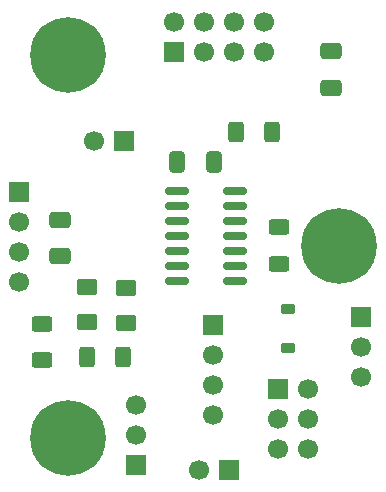
<source format=gbr>
%TF.GenerationSoftware,KiCad,Pcbnew,9.0.6*%
%TF.CreationDate,2025-12-13T14:25:23+01:00*%
%TF.ProjectId,SB_Mod_SR04,53425f4d-6f64-45f5-9352-30342e6b6963,rev?*%
%TF.SameCoordinates,Original*%
%TF.FileFunction,Soldermask,Top*%
%TF.FilePolarity,Negative*%
%FSLAX46Y46*%
G04 Gerber Fmt 4.6, Leading zero omitted, Abs format (unit mm)*
G04 Created by KiCad (PCBNEW 9.0.6) date 2025-12-13 14:25:23*
%MOMM*%
%LPD*%
G01*
G04 APERTURE LIST*
G04 Aperture macros list*
%AMRoundRect*
0 Rectangle with rounded corners*
0 $1 Rounding radius*
0 $2 $3 $4 $5 $6 $7 $8 $9 X,Y pos of 4 corners*
0 Add a 4 corners polygon primitive as box body*
4,1,4,$2,$3,$4,$5,$6,$7,$8,$9,$2,$3,0*
0 Add four circle primitives for the rounded corners*
1,1,$1+$1,$2,$3*
1,1,$1+$1,$4,$5*
1,1,$1+$1,$6,$7*
1,1,$1+$1,$8,$9*
0 Add four rect primitives between the rounded corners*
20,1,$1+$1,$2,$3,$4,$5,0*
20,1,$1+$1,$4,$5,$6,$7,0*
20,1,$1+$1,$6,$7,$8,$9,0*
20,1,$1+$1,$8,$9,$2,$3,0*%
G04 Aperture macros list end*
%ADD10R,1.700000X1.700000*%
%ADD11C,1.700000*%
%ADD12RoundRect,0.150000X-0.825000X-0.150000X0.825000X-0.150000X0.825000X0.150000X-0.825000X0.150000X0*%
%ADD13RoundRect,0.250000X-0.650000X0.412500X-0.650000X-0.412500X0.650000X-0.412500X0.650000X0.412500X0*%
%ADD14RoundRect,0.250000X0.625000X-0.400000X0.625000X0.400000X-0.625000X0.400000X-0.625000X-0.400000X0*%
%ADD15RoundRect,0.250001X0.624999X-0.462499X0.624999X0.462499X-0.624999X0.462499X-0.624999X-0.462499X0*%
%ADD16C,6.400000*%
%ADD17RoundRect,0.250000X-0.412500X-0.650000X0.412500X-0.650000X0.412500X0.650000X-0.412500X0.650000X0*%
%ADD18RoundRect,0.250000X-0.400000X-0.625000X0.400000X-0.625000X0.400000X0.625000X-0.400000X0.625000X0*%
%ADD19RoundRect,0.225000X0.375000X-0.225000X0.375000X0.225000X-0.375000X0.225000X-0.375000X-0.225000X0*%
%ADD20RoundRect,0.250000X0.400000X0.625000X-0.400000X0.625000X-0.400000X-0.625000X0.400000X-0.625000X0*%
G04 APERTURE END LIST*
D10*
%TO.C,J2*%
X122255200Y-117195600D03*
D11*
X119715200Y-117195600D03*
%TD*%
D12*
%TO.C,U2*%
X117819400Y-93574900D03*
X117819400Y-94844900D03*
X117819400Y-96114900D03*
X117819400Y-97384900D03*
X117819400Y-98654900D03*
X117819400Y-99924900D03*
X117819400Y-101194900D03*
X122769400Y-101194900D03*
X122769400Y-99924900D03*
X122769400Y-98654900D03*
X122769400Y-97384900D03*
X122769400Y-96114900D03*
X122769400Y-94844900D03*
X122769400Y-93574900D03*
%TD*%
D13*
%TO.C,C2*%
X130860800Y-81724100D03*
X130860800Y-84849100D03*
%TD*%
D14*
%TO.C,R1*%
X106426000Y-107875000D03*
X106426000Y-104775000D03*
%TD*%
D10*
%TO.C,J3*%
X120929400Y-104927400D03*
D11*
X120929400Y-107467400D03*
X120929400Y-110007400D03*
X120929400Y-112547400D03*
%TD*%
D15*
%TO.C,D2*%
X113538000Y-104702000D03*
X113538000Y-101727000D03*
%TD*%
D10*
%TO.C,SB1*%
X117627400Y-81762600D03*
D11*
X117627400Y-79222600D03*
X120167400Y-81762600D03*
X120167400Y-79222600D03*
X122707400Y-81762600D03*
X122707400Y-79222600D03*
X125247400Y-81762600D03*
X125247400Y-79222600D03*
%TD*%
D10*
%TO.C,J1*%
X133400800Y-104216200D03*
D11*
X133400800Y-106756200D03*
X133400800Y-109296200D03*
%TD*%
D16*
%TO.C,H3*%
X108600000Y-114500000D03*
%TD*%
D17*
%TO.C,C4*%
X117842900Y-91084400D03*
X120967900Y-91084400D03*
%TD*%
D14*
%TO.C,R2*%
X126466600Y-99695000D03*
X126466600Y-96595000D03*
%TD*%
D18*
%TO.C,R3*%
X110210000Y-107569000D03*
X113310000Y-107569000D03*
%TD*%
D10*
%TO.C,J5*%
X113334800Y-89357200D03*
D11*
X110794800Y-89357200D03*
%TD*%
D19*
%TO.C,D3*%
X127254000Y-106855800D03*
X127254000Y-103555800D03*
%TD*%
D10*
%TO.C,A1*%
X104493500Y-93679000D03*
D11*
X104493500Y-96219000D03*
X104493500Y-98759000D03*
X104493500Y-101299000D03*
%TD*%
D10*
%TO.C,J4*%
X114350800Y-116738400D03*
D11*
X114350800Y-114198400D03*
X114350800Y-111658400D03*
%TD*%
D20*
%TO.C,R8*%
X125933800Y-88595200D03*
X122833800Y-88595200D03*
%TD*%
D16*
%TO.C,H1*%
X108600000Y-82000000D03*
%TD*%
D10*
%TO.C,CONN1*%
X126441200Y-110286800D03*
D11*
X128981200Y-110286800D03*
X126441200Y-112826800D03*
X128981200Y-112826800D03*
X126441200Y-115366800D03*
X128981200Y-115366800D03*
%TD*%
D13*
%TO.C,C1*%
X107950000Y-95973500D03*
X107950000Y-99098500D03*
%TD*%
D15*
%TO.C,D1*%
X110236000Y-104665500D03*
X110236000Y-101690500D03*
%TD*%
D16*
%TO.C,H2*%
X131572000Y-98250000D03*
%TD*%
M02*

</source>
